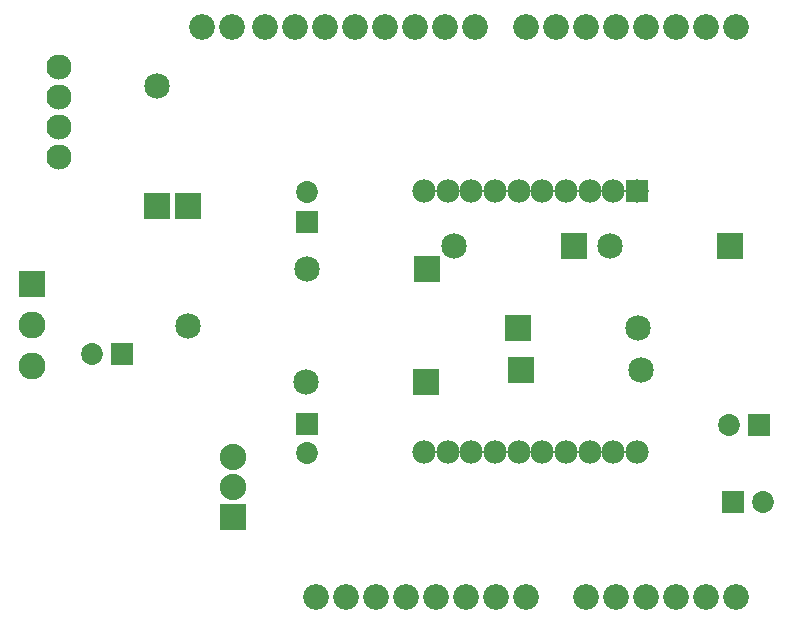
<source format=gts>
G04 MADE WITH FRITZING*
G04 WWW.FRITZING.ORG*
G04 DOUBLE SIDED*
G04 HOLES PLATED*
G04 CONTOUR ON CENTER OF CONTOUR VECTOR*
%ASAXBY*%
%FSLAX23Y23*%
%MOIN*%
%OFA0B0*%
%SFA1.0B1.0*%
%ADD10C,0.085833*%
%ADD11C,0.078000*%
%ADD12C,0.085000*%
%ADD13C,0.072992*%
%ADD14C,0.083889*%
%ADD15C,0.088000*%
%ADD16C,0.090000*%
%ADD17R,0.078000X0.078000*%
%ADD18R,0.085000X0.085000*%
%ADD19R,0.072992X0.072992*%
%ADD20R,0.088000X0.088000*%
%ADD21R,0.090000X0.090000*%
%LNMASK1*%
G90*
G70*
G54D10*
X742Y1992D03*
X842Y1992D03*
X949Y1992D03*
X1049Y1992D03*
X1149Y1992D03*
X1249Y1992D03*
X1349Y1992D03*
X1449Y1992D03*
X1549Y1992D03*
X1649Y1992D03*
X1819Y1992D03*
X1919Y1992D03*
X2019Y1992D03*
X2119Y1992D03*
X2219Y1992D03*
X2319Y1992D03*
X2419Y1992D03*
X2519Y1992D03*
X1119Y92D03*
X1219Y92D03*
X1319Y92D03*
X1419Y92D03*
X1519Y92D03*
X1619Y92D03*
X1719Y92D03*
X1819Y92D03*
X2019Y92D03*
X2119Y92D03*
X2219Y92D03*
X2319Y92D03*
X2419Y92D03*
X2519Y92D03*
G54D11*
X2191Y1446D03*
X2112Y1446D03*
X2033Y1446D03*
X1954Y1446D03*
X1875Y1446D03*
X1796Y1446D03*
X1717Y1446D03*
X1638Y1446D03*
X1559Y1446D03*
X1480Y1446D03*
X1480Y576D03*
X1559Y576D03*
X1638Y576D03*
X1717Y576D03*
X1796Y576D03*
X1875Y576D03*
X1954Y576D03*
X2033Y576D03*
X2112Y576D03*
X2191Y576D03*
G54D12*
X1794Y990D03*
X2194Y990D03*
X1488Y809D03*
X1088Y809D03*
X1491Y1186D03*
X1091Y1186D03*
X693Y1396D03*
X693Y996D03*
X1805Y849D03*
X2205Y849D03*
G54D13*
X2596Y667D03*
X2498Y667D03*
X1090Y671D03*
X1090Y572D03*
X473Y902D03*
X375Y902D03*
G54D14*
X264Y1560D03*
X264Y1660D03*
X264Y1760D03*
X264Y1860D03*
G54D12*
X589Y1397D03*
X589Y1797D03*
X2502Y1264D03*
X2102Y1264D03*
X1981Y1262D03*
X1581Y1262D03*
G54D13*
X2511Y411D03*
X2610Y411D03*
X1091Y1344D03*
X1091Y1443D03*
G54D15*
X844Y358D03*
X844Y458D03*
X844Y558D03*
G54D16*
X175Y1137D03*
X175Y999D03*
X175Y862D03*
G54D17*
X2191Y1446D03*
G54D18*
X1794Y990D03*
X1488Y809D03*
X1491Y1186D03*
X693Y1396D03*
X1805Y849D03*
G54D19*
X2596Y667D03*
X1090Y671D03*
X473Y902D03*
G54D18*
X589Y1397D03*
X2502Y1264D03*
X1981Y1262D03*
G54D19*
X2511Y411D03*
X1091Y1344D03*
G54D20*
X844Y358D03*
G54D21*
X175Y1137D03*
G04 End of Mask1*
M02*
</source>
